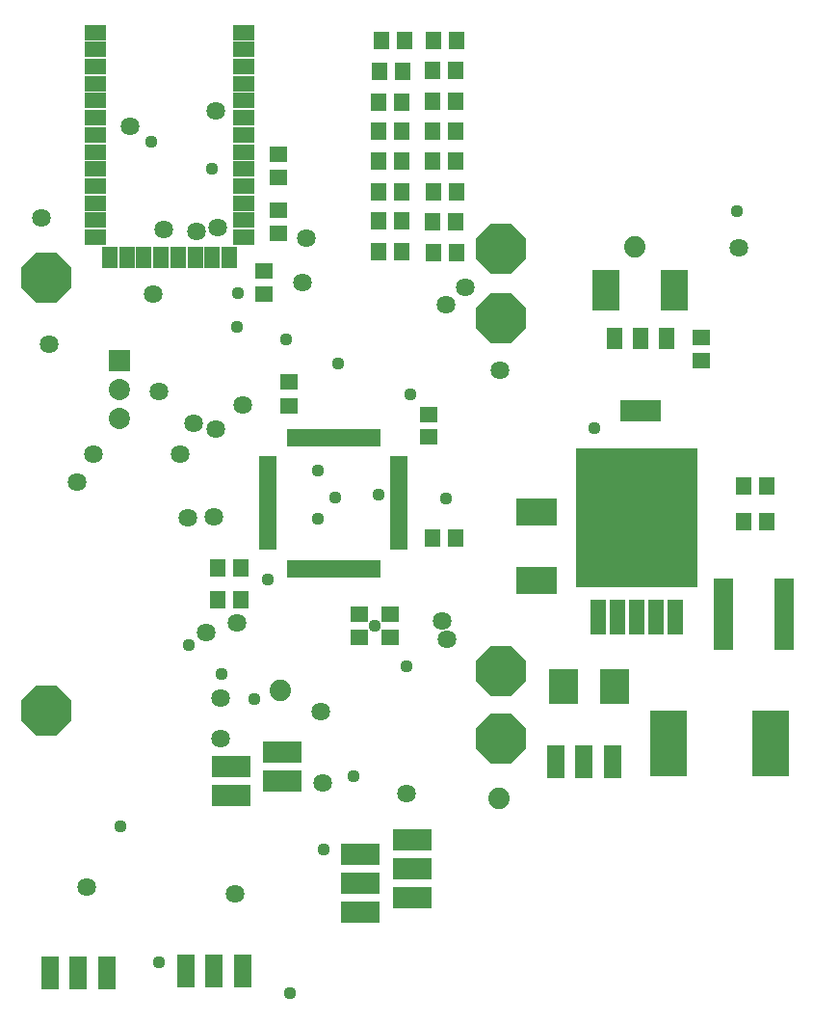
<source format=gts>
%FSLAX42Y42*%
%MOMM*%
G71*
G01*
G75*
G04 Layer_Color=8388736*
%ADD10R,3.00X1.50*%
%ADD11R,1.50X1.00*%
%ADD12R,1.00X1.50*%
%ADD13R,1.27X1.02*%
%ADD14R,1.02X1.27*%
%ADD15R,1.20X0.30*%
%ADD16R,0.30X1.20*%
%ADD17R,1.20X2.50*%
%ADD18R,2.00X3.20*%
%ADD19R,2.16X2.74*%
%ADD20R,3.20X2.00*%
%ADD21R,2.90X5.40*%
%ADD22R,3.30X1.50*%
%ADD23R,1.02X2.79*%
%ADD24R,10.41X11.94*%
%ADD25R,1.30X6.00*%
%ADD26C,0.25*%
%ADD27C,1.02*%
%ADD28C,0.76*%
%ADD29C,0.64*%
%ADD30C,0.51*%
%ADD31C,1.52*%
%ADD32C,0.38*%
%ADD33R,1.50X1.50*%
%ADD34C,1.50*%
%ADD35P,4.33X8X22.5*%
%ADD36C,0.76*%
%ADD37C,1.52*%
%ADD38C,1.27*%
%ADD39R,1.80X1.40*%
%ADD40R,1.14X0.30*%
%ADD41R,5.00X1.00*%
G04:AMPARAMS|DCode=42|XSize=1mm|YSize=5mm|CornerRadius=0mm|HoleSize=0mm|Usage=FLASHONLY|Rotation=315.000|XOffset=0mm|YOffset=0mm|HoleType=Round|Shape=Rectangle|*
%AMROTATEDRECTD42*
4,1,4,-2.12,-1.41,1.41,2.12,2.12,1.41,-1.41,-2.12,-2.12,-1.41,0.0*
%
%ADD42ROTATEDRECTD42*%

%ADD43R,1.00X5.00*%
G04:AMPARAMS|DCode=44|XSize=1mm|YSize=5mm|CornerRadius=0mm|HoleSize=0mm|Usage=FLASHONLY|Rotation=102.000|XOffset=0mm|YOffset=0mm|HoleType=Round|Shape=Rectangle|*
%AMROTATEDRECTD44*
4,1,4,2.55,0.03,-2.34,-1.01,-2.55,-0.03,2.34,1.01,2.55,0.03,0.0*
%
%ADD44ROTATEDRECTD44*%

G04:AMPARAMS|DCode=45|XSize=1mm|YSize=5mm|CornerRadius=0mm|HoleSize=0mm|Usage=FLASHONLY|Rotation=78.000|XOffset=0mm|YOffset=0mm|HoleType=Round|Shape=Rectangle|*
%AMROTATEDRECTD45*
4,1,4,2.34,-1.01,-2.55,0.03,-2.34,1.01,2.55,-0.03,2.34,-1.01,0.0*
%
%ADD45ROTATEDRECTD45*%

G04:AMPARAMS|DCode=46|XSize=1mm|YSize=5mm|CornerRadius=0mm|HoleSize=0mm|Usage=FLASHONLY|Rotation=225.000|XOffset=0mm|YOffset=0mm|HoleType=Round|Shape=Rectangle|*
%AMROTATEDRECTD46*
4,1,4,-1.41,2.12,2.12,-1.41,1.41,-2.12,-2.12,1.41,-1.41,2.12,0.0*
%
%ADD46ROTATEDRECTD46*%

G04:AMPARAMS|DCode=47|XSize=1.8mm|YSize=1.2mm|CornerRadius=0mm|HoleSize=0mm|Usage=FLASHONLY|Rotation=225.000|XOffset=0mm|YOffset=0mm|HoleType=Round|Shape=Rectangle|*
%AMROTATEDRECTD47*
4,1,4,0.21,1.06,1.06,0.21,-0.21,-1.06,-1.06,-0.21,0.21,1.06,0.0*
%
%ADD47ROTATEDRECTD47*%

G04:AMPARAMS|DCode=48|XSize=1.55mm|YSize=0.6mm|CornerRadius=0mm|HoleSize=0mm|Usage=FLASHONLY|Rotation=225.000|XOffset=0mm|YOffset=0mm|HoleType=Round|Shape=Rectangle|*
%AMROTATEDRECTD48*
4,1,4,0.34,0.76,0.76,0.34,-0.34,-0.76,-0.76,-0.34,0.34,0.76,0.0*
%
%ADD48ROTATEDRECTD48*%

G04:AMPARAMS|DCode=49|XSize=1.8mm|YSize=1.2mm|CornerRadius=0mm|HoleSize=0mm|Usage=FLASHONLY|Rotation=135.000|XOffset=0mm|YOffset=0mm|HoleType=Round|Shape=Rectangle|*
%AMROTATEDRECTD49*
4,1,4,1.06,-0.21,0.21,-1.06,-1.06,0.21,-0.21,1.06,1.06,-0.21,0.0*
%
%ADD49ROTATEDRECTD49*%

G04:AMPARAMS|DCode=50|XSize=1.55mm|YSize=0.6mm|CornerRadius=0mm|HoleSize=0mm|Usage=FLASHONLY|Rotation=135.000|XOffset=0mm|YOffset=0mm|HoleType=Round|Shape=Rectangle|*
%AMROTATEDRECTD50*
4,1,4,0.76,-0.34,0.34,-0.76,-0.76,0.34,-0.34,0.76,0.76,-0.34,0.0*
%
%ADD50ROTATEDRECTD50*%

%ADD51R,1.80X1.20*%
%ADD52R,1.55X0.60*%
%ADD53C,1.78*%
%ADD54R,3.36X1.86*%
%ADD55R,1.86X1.36*%
%ADD56R,1.36X1.86*%
%ADD57R,1.63X1.37*%
%ADD58R,1.37X1.63*%
%ADD59R,1.56X0.66*%
%ADD60R,0.66X1.56*%
%ADD61R,1.56X2.86*%
%ADD62R,2.36X3.56*%
%ADD63R,2.51X3.10*%
%ADD64R,3.56X2.36*%
%ADD65R,3.26X5.76*%
%ADD66R,3.66X1.86*%
%ADD67R,1.37X3.15*%
%ADD68R,10.77X12.29*%
%ADD69R,1.66X6.36*%
%ADD70R,1.86X1.86*%
%ADD71C,1.86*%
%ADD72P,4.71X8X22.5*%
%ADD73C,1.12*%
%ADD74C,1.88*%
%ADD75C,1.63*%
D54*
X3116Y1636D02*
D03*
X3566Y1763D02*
D03*
Y1255D02*
D03*
Y1509D02*
D03*
X3116Y1382D02*
D03*
Y1128D02*
D03*
X2428Y2283D02*
D03*
Y2537D02*
D03*
X1978Y2410D02*
D03*
Y2156D02*
D03*
D55*
X786Y8856D02*
D03*
Y8706D02*
D03*
Y8556D02*
D03*
Y8406D02*
D03*
Y8256D02*
D03*
Y8106D02*
D03*
Y7956D02*
D03*
Y7806D02*
D03*
Y7656D02*
D03*
Y7506D02*
D03*
Y7356D02*
D03*
Y7206D02*
D03*
Y7056D02*
D03*
X2085Y7056D02*
D03*
Y7206D02*
D03*
Y7356D02*
D03*
X2085Y7506D02*
D03*
Y7656D02*
D03*
Y7806D02*
D03*
Y7956D02*
D03*
Y8106D02*
D03*
Y8256D02*
D03*
Y8406D02*
D03*
Y8556D02*
D03*
Y8706D02*
D03*
Y8856D02*
D03*
D56*
X910Y6881D02*
D03*
X1060D02*
D03*
X1210D02*
D03*
X1360D02*
D03*
X1510D02*
D03*
X1660D02*
D03*
X1810D02*
D03*
X1960D02*
D03*
X5803Y6165D02*
D03*
X5573D02*
D03*
X5343D02*
D03*
D57*
X2390Y7783D02*
D03*
Y7579D02*
D03*
X3376Y3543D02*
D03*
Y3747D02*
D03*
X2487Y5784D02*
D03*
Y5580D02*
D03*
X3711Y5504D02*
D03*
Y5301D02*
D03*
X3105Y3545D02*
D03*
Y3748D02*
D03*
X2390Y7292D02*
D03*
Y7089D02*
D03*
X2268Y6764D02*
D03*
Y6561D02*
D03*
X6109Y5974D02*
D03*
Y6177D02*
D03*
D58*
X1857Y3874D02*
D03*
X2060D02*
D03*
X3950Y4412D02*
D03*
X3747D02*
D03*
X1857Y4150D02*
D03*
X2060D02*
D03*
X6480Y4562D02*
D03*
X6683D02*
D03*
X3957Y8786D02*
D03*
X3754D02*
D03*
X3950Y8519D02*
D03*
X3747D02*
D03*
X3952Y8250D02*
D03*
X3749D02*
D03*
X3952Y7986D02*
D03*
X3749D02*
D03*
X3952Y7724D02*
D03*
X3749D02*
D03*
X3955Y7457D02*
D03*
X3752D02*
D03*
X3955Y6921D02*
D03*
X3752D02*
D03*
X3950Y7191D02*
D03*
X3747D02*
D03*
X6688Y4877D02*
D03*
X6485D02*
D03*
X3498Y8788D02*
D03*
X3294D02*
D03*
X3487Y8517D02*
D03*
X3284D02*
D03*
X3475Y8247D02*
D03*
X3272D02*
D03*
X3472Y7993D02*
D03*
X3269D02*
D03*
X3475Y7727D02*
D03*
X3272D02*
D03*
X3475Y7457D02*
D03*
X3272D02*
D03*
X3475Y6927D02*
D03*
X3272D02*
D03*
X3472Y7198D02*
D03*
X3269D02*
D03*
D59*
X2302Y4348D02*
D03*
Y4398D02*
D03*
Y4448D02*
D03*
Y4498D02*
D03*
Y4548D02*
D03*
Y4598D02*
D03*
Y4648D02*
D03*
Y4698D02*
D03*
Y4748D02*
D03*
Y4798D02*
D03*
Y4848D02*
D03*
Y4898D02*
D03*
Y4948D02*
D03*
Y4998D02*
D03*
Y5048D02*
D03*
Y5098D02*
D03*
X3452D02*
D03*
Y5048D02*
D03*
Y4998D02*
D03*
Y4948D02*
D03*
Y4898D02*
D03*
Y4848D02*
D03*
Y4798D02*
D03*
Y4748D02*
D03*
Y4698D02*
D03*
Y4648D02*
D03*
Y4598D02*
D03*
Y4548D02*
D03*
Y4498D02*
D03*
Y4448D02*
D03*
Y4398D02*
D03*
Y4348D02*
D03*
D60*
X2502Y5298D02*
D03*
X2552D02*
D03*
X2602D02*
D03*
X2652D02*
D03*
X2702D02*
D03*
X2752D02*
D03*
X2802D02*
D03*
X2852D02*
D03*
X2902D02*
D03*
X2952D02*
D03*
X3002D02*
D03*
X3052D02*
D03*
X3102D02*
D03*
X3152D02*
D03*
X3202D02*
D03*
X3252D02*
D03*
Y4148D02*
D03*
X3202D02*
D03*
X3152D02*
D03*
X3102D02*
D03*
X3052D02*
D03*
X3002D02*
D03*
X2952D02*
D03*
X2902D02*
D03*
X2852D02*
D03*
X2802D02*
D03*
X2752D02*
D03*
X2702D02*
D03*
X2652D02*
D03*
X2602D02*
D03*
X2552D02*
D03*
X2502D02*
D03*
D61*
X382Y594D02*
D03*
X632D02*
D03*
X882D02*
D03*
X1579Y614D02*
D03*
X1829D02*
D03*
X2079D02*
D03*
X4830Y2448D02*
D03*
X5080D02*
D03*
X5330D02*
D03*
D62*
X5271Y6589D02*
D03*
X5870D02*
D03*
D63*
X4898Y3111D02*
D03*
X5348D02*
D03*
D64*
X4661Y4041D02*
D03*
Y4641D02*
D03*
D65*
X6718Y2616D02*
D03*
X5818D02*
D03*
D66*
X5573Y5535D02*
D03*
D67*
X5884Y3721D02*
D03*
X5714D02*
D03*
X5544D02*
D03*
X5374D02*
D03*
X5204D02*
D03*
D68*
X5544Y4591D02*
D03*
D69*
X6837Y3749D02*
D03*
X6307D02*
D03*
D70*
X998Y5974D02*
D03*
D71*
Y5720D02*
D03*
Y5466D02*
D03*
D72*
X351Y6701D02*
D03*
Y2901D02*
D03*
X4351Y6952D02*
D03*
Y6350D02*
D03*
Y3251D02*
D03*
Y2652D02*
D03*
D73*
X5171Y5382D02*
D03*
X3515Y3292D02*
D03*
X1003Y1882D02*
D03*
X2893Y4775D02*
D03*
X2916Y5946D02*
D03*
X2741Y4585D02*
D03*
X1278Y7894D02*
D03*
X3868Y4762D02*
D03*
X3272Y4796D02*
D03*
X1811Y7658D02*
D03*
X2738Y5009D02*
D03*
X2497Y419D02*
D03*
X6424Y7287D02*
D03*
X1605Y3477D02*
D03*
X1892Y3221D02*
D03*
X2184Y3005D02*
D03*
X3236Y3642D02*
D03*
X2301Y4056D02*
D03*
X2464Y6162D02*
D03*
X2032Y6274D02*
D03*
X2040Y6566D02*
D03*
X3053Y2327D02*
D03*
X2794Y1679D02*
D03*
X1341Y688D02*
D03*
X3556Y5679D02*
D03*
D74*
X5522Y6977D02*
D03*
X2413Y3081D02*
D03*
X4333Y2134D02*
D03*
D75*
X2032Y3668D02*
D03*
X3833Y3691D02*
D03*
X1887Y2654D02*
D03*
Y3010D02*
D03*
X620Y4905D02*
D03*
X765Y5156D02*
D03*
X312Y7231D02*
D03*
X373Y6114D02*
D03*
X2779Y2268D02*
D03*
X2764Y2891D02*
D03*
X4336Y5888D02*
D03*
X6436Y6967D02*
D03*
X2080Y5585D02*
D03*
X1842Y8164D02*
D03*
X1862Y7140D02*
D03*
X1676Y7112D02*
D03*
X1085Y8031D02*
D03*
X1387Y7127D02*
D03*
X1529Y5154D02*
D03*
X3518Y2169D02*
D03*
X2007Y1293D02*
D03*
X710Y1350D02*
D03*
X1595Y4590D02*
D03*
X1760Y3589D02*
D03*
X1821Y4602D02*
D03*
X4036Y6614D02*
D03*
X2601Y6662D02*
D03*
X3868Y6469D02*
D03*
X2634Y7051D02*
D03*
X1295Y6561D02*
D03*
X1341Y5700D02*
D03*
X3876Y3523D02*
D03*
X1842Y5370D02*
D03*
X1648Y5425D02*
D03*
M02*

</source>
